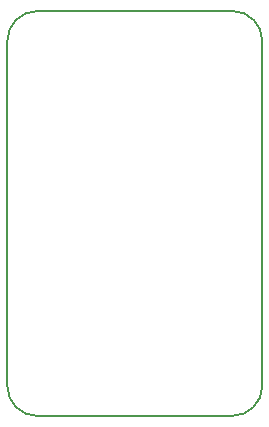
<source format=gbr>
G04 #@! TF.FileFunction,Profile,NP*
%FSLAX46Y46*%
G04 Gerber Fmt 4.6, Leading zero omitted, Abs format (unit mm)*
G04 Created by KiCad (PCBNEW 4.0.7) date 03/13/18 20:21:14*
%MOMM*%
%LPD*%
G01*
G04 APERTURE LIST*
%ADD10C,0.100000*%
%ADD11C,0.150000*%
G04 APERTURE END LIST*
D10*
D11*
X635000Y-3175000D02*
X635000Y-32385000D01*
X19685000Y-635000D02*
X3175000Y-635000D01*
X22225000Y-32385000D02*
X22225000Y-3175000D01*
X3175000Y-34925000D02*
X19685000Y-34925000D01*
X19685000Y-34925000D02*
G75*
G03X22225000Y-32385000I0J2540000D01*
G01*
X635000Y-32385000D02*
G75*
G03X3175000Y-34925000I2540000J0D01*
G01*
X22225000Y-3175000D02*
G75*
G03X19685000Y-635000I-2540000J0D01*
G01*
X3175000Y-635000D02*
G75*
G03X635000Y-3175000I0J-2540000D01*
G01*
M02*

</source>
